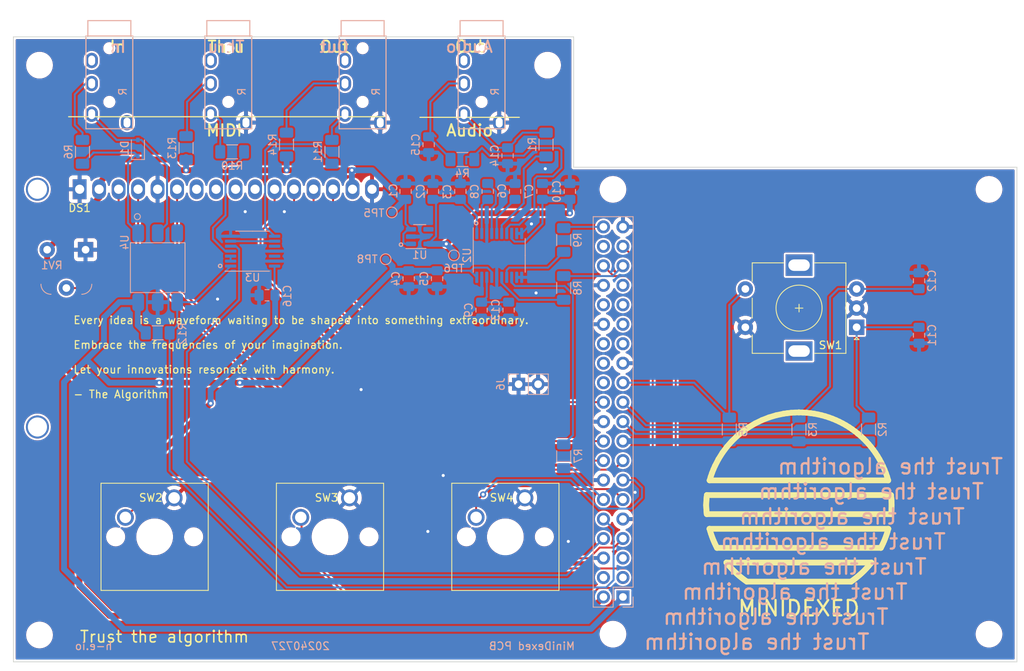
<source format=kicad_pcb>
(kicad_pcb (version 20240108) (generator "pcbnew") (generator_version "8.0")
  (layers (0 "F.Cu" signal) (31 "B.Cu" signal) (34 "B.Paste" user) (35 "F.Paste" user) (36 "B.SilkS" user "B.Silkscreen") (37 "F.SilkS" user "F.Silkscreen") (38 "B.Mask" user) (39 "F.Mask" user) (44 "Edge.Cuts" user))
  (net 0 "")
  (net 1 "+5V")
  (net 2 "GND")
  (net 3 "/DAC_A_3V3")
  (net 4 "+3.3V")
  (net 5 "Net-(C6-Pad1)")
  (net 6 "Net-(C8-Pad1)")
  (net 7 "Net-(C8-Pad2)")
  (net 8 "Net-(C13-Pad1)")
  (net 9 "/ENC_A_CLK")
  (net 10 "/ENC_B_DT")
  (net 11 "Net-(C14-Pad1)")
  (net 12 "Net-(C15-Pad1)")
  (net 13 "Net-(D1-Pad1)")
  (net 14 "Net-(D1-Pad2)")
  (net 15 "Net-(DS1-Pad3)")
  (net 16 "/LCD_RS")
  (net 17 "/LCD_E")
  (net 22 "/LCD_D4")
  (net 23 "/LCD_D5")
  (net 24 "/LCD_D6")
  (net 25 "/LCD_D7")
  (net 27 "Net-(J2-Pad2)")
  (net 30 "/MIDI_TX")
  (net 31 "/MIDI_RX")
  (net 32 "Net-(J3-Pad12)")
  (net 33 "/BTN_3")
  (net 34 "/ENC_SW")
  (net 43 "Net-(J3-Pad35)")
  (net 44 "/BTN_1")
  (net 45 "/BTN_2")
  (net 47 "Net-(J3-Pad40)")
  (net 48 "Net-(J4-Pad2)")
  (net 49 "Net-(J4-Pad5)")
  (net 50 "Net-(J5-Pad2)")
  (net 51 "Net-(J5-Pad5)")
  (net 52 "Net-(R1-Pad1)")
  (net 53 "Net-(R4-Pad1)")
  (net 54 "/DAC_BCK")
  (net 55 "/DAC_LRCK")
  (net 56 "/DAC_DIN")
  (net 57 "Net-(R10-Pad2)")
  (net 58 "Net-(R11-Pad2)")
  (net 60 "Net-(U3-Pad2)")
  (net 61 "Net-(U3-Pad6)")
  (footprint "MountingHole:MountingHole_2.7mm_M2.5" (layer "F.Cu") (at 164.1 62.7)
    (property "Reference" "H3" (hide yes))
    (property "Value" "MountingHole")
  )
  (footprint "Button_Switch_Keyboard:SW_Cherry_MX_1.00u_PCB" (layer "F.Cu") (at 115.44 119.12)
    (property "Reference" "SW2")
    (property "Value" "B1")
  )
  (footprint "Display:WC1602A" (layer "F.Cu") (at 103.128 78.8765)
    (property "Reference" "DS1")
    (property "Value" "WC1602A")
  )
  (footprint "Rotary_Encoder:RotaryEncoder_Alps_EC11E-Switch_Vertical_H20mm" (layer "F.Cu") (at 204.3684 96.8765 180)
    (property "Reference" "SW1")
    (property "Value" "Encoder")
  )
  (footprint "Button_Switch_Keyboard:SW_Cherry_MX_1.00u_PCB" (layer "F.Cu") (at 138.29 119.12)
    (property "Reference" "SW3")
    (property "Value" "B2")
  )
  (footprint "MountingHole:MountingHole_2.7mm_M2.5" (layer "F.Cu") (at 97.9 137)
    (property "Reference" "H2" (hide yes))
    (property "Value" "MountingHole")
  )
  (footprint "Button_Switch_Keyboard:SW_Cherry_MX_1.00u_PCB" (layer "F.Cu") (at 161.14 119.12)
    (property "Reference" "SW4")
    (property "Value" "B3")
  )
  (footprint "raspberry-pi_rpi_hat:raspberry-pi_rpi_hat" (layer "F.Cu") (at 197.3184 97.8424 90)
    (property "Reference" "J3" (hide yes))
    (property "Value" "Raspberry_Pi_2_3")
  )
  (footprint "MountingHole:MountingHole_2.7mm_M2.5" (layer "F.Cu") (at 97.9 62.7)
    (property "Reference" "H1" (hide yes))
    (property "Value" "MountingHole")
  )
  (footprint "Package_SO:TSSOP-20_4.4x6.5mm_P0.65mm" (layer "B.Cu") (at 157.8 87.5 -90)
    (property "Reference" "U2")
    (property "Value" "PCM5102")
  )
  (footprint "TestPoint:TestPoint_Pad_D1.0mm" (layer "B.Cu") (at 143 88 180)
    (property "Reference" "TP8")
    (property "Value" "3.3V Digital DAC")
  )
  (footprint "Capacitor_SMD:C_0805_2012Metric_Pad1.18x1.45mm_HandSolder" (layer "B.Cu") (at 127.55 92.7 180)
    (property "Reference" "C16")
    (property "Value" "100nf")
  )
  (footprint "Capacitor_SMD:C_0805_2012Metric_Pad1.18x1.45mm_HandSolder" (layer "B.Cu") (at 163.43333 79.1625 90)
    (property "Reference" "C7")
    (property "Value" "100nf")
  )
  (footprint "Resistor_SMD:R_1206_3216Metric_Pad1.30x1.75mm_HandSolder" (layer "B.Cu") (at 187.775 110.2 90)
    (property "Reference" "R5")
    (property "Value" "10k")
  )
  (footprint "Resistor_SMD:R_1206_3216Metric_Pad1.30x1.75mm_HandSolder" (layer "B.Cu") (at 103.5 74 -90)
    (property "Reference" "R6")
    (property "Value" "220")
  )
  (footprint "Capacitor_SMD:C_0805_2012Metric_Pad1.18x1.45mm_HandSolder" (layer "B.Cu") (at 148.6 73.0625 -90)
    (property "Reference" "C15")
    (property "Value" "2.2nf")
  )
  (footprint "Capacitor_SMD:C_0805_2012Metric_Pad1.18x1.45mm_HandSolder" (layer "B.Cu") (at 212.5 97.9125 -90)
    (property "Reference" "C11")
    (property "Value" "10nf")
  )
  (footprint "Capacitor_SMD:C_0805_2012Metric_Pad1.18x1.45mm_HandSolder" (layer "B.Cu") (at 212.5 90.8125 90)
    (property "Reference" "C12")
    (property "Value" "10nf")
  )
  (footprint "Capacitor_SMD:C_0805_2012Metric_Pad1.18x1.45mm_HandSolder" (layer "B.Cu") (at 167 79.1625 90)
    (property "Reference" "C10")
    (property "Value" "10uf")
  )
  (footprint "Resistor_SMD:R_1206_3216Metric_Pad1.30x1.75mm_HandSolder" (layer "B.Cu") (at 166.2 91.75 90)
    (property "Reference" "R8")
    (property "Value" "22")
  )
  (footprint "Resistor_SMD:R_1206_3216Metric_Pad1.30x1.75mm_HandSolder" (layer "B.Cu") (at 113.3 97.6)
    (property "Reference" "R12")
    (property "Value" "470")
  )
  (footprint "Resistor_SMD:R_1206_3216Metric_Pad1.30x1.75mm_HandSolder" (layer "B.Cu") (at 130.08704 73.05 -90)
    (property "Reference" "R14")
    (property "Value" "220")
  )
  (footprint "TestPoint:TestPoint_Pad_D1.0mm" (layer "B.Cu") (at 143.8 81.9 180)
    (property "Reference" "TP5")
    (property "Value" "5V Analog DAC")
  )
  (footprint "Resistor_SMD:R_1206_3216Metric_Pad1.30x1.75mm_HandSolder" (layer "B.Cu") (at 205.925 110.2 90)
    (property "Reference" "R2")
    (property "Value" "10k")
  )
  (footprint "Resistor_SMD:R_1206_3216Metric_Pad1.30x1.75mm_HandSolder" (layer "B.Cu") (at 166.2 113.7 -90)
    (property "Reference" "R7")
    (property "Value" "22")
  )
  (footprint "Resistor_SMD:R_1206_3216Metric_Pad1.30x1.75mm_HandSolder" (layer "B.Cu") (at 196.85 110.2 90)
    (property "Reference" "R3")
    (property "Value" "10k")
  )
  (footprint "jlcjack:PJ-320A" (layer "B.Cu") (at 122.5 66.1535 -90)
    (property "Reference" "J4")
    (property "Value" "MIDI Thru")
  )
  (footprint "Capacitor_SMD:C_0805_2012Metric_Pad1.18x1.45mm_HandSolder" (layer "B.Cu") (at 146 90.5375 -90)
    (property "Reference" "C4")
    (property "Value" "10uf")
  )
  (footprint "Potentiometer_THT:Potentiometer_Runtron_RM-065_Vertical" (layer "B.Cu") (at 103.9 86.76 180)
    (property "Reference" "RV1")
    (property "Value" "10k")
  )
  (footprint "Resistor_SMD:R_1206_3216Metric_Pad1.30x1.75mm_HandSolder" (layer "B.Cu") (at 153 75 180)
    (property "Reference" "R4")
    (property "Value" "470")
  )
  (footprint "Resistor_SMD:R_1206_3216Metric_Pad1.30x1.75mm_HandSolder" (layer "B.Cu") (at 136 74 -90)
    (property "Reference" "R11")
    (property "Value" "220")
  )
  (footprint "Connector_PinHeader_2.54mm:PinHeader_1x02_P2.54mm_Vertical" (layer "B.Cu") (at 160.325 104.3 -90)
    (property "Reference" "J6")
    (property "Value" "GND TP")
  )
  (footprint "Capacitor_SMD:C_0805_2012Metric_Pad1.18x1.45mm_HandSolder" (layer "B.Cu") (at 159.02 94.6375 -90)
    (property "Reference" "C13")
    (property "Value" "10uf")
  )
  (footprint "Package_TO_SOT_SMD:TSOT-23-5" (layer "B.Cu") (at 147.4375 85.05)
    (property "Reference" "U1")
    (property "Value" "A3.3V ME6211C33")
  )
  (footprint "Capacitor_SMD:C_0805_2012Metric_Pad1.18x1.45mm_HandSolder" (layer "B.Cu") (at 149.7 90.5375 -90)
    (property "Reference" "C5")
    (property "Value" "100nf")
  )
  (footprint "SOP-6_6.5x7.12mm_P2.54mm:SOP-6_6.5x7.12mm_P2.54mm" (layer "B.Cu") (at 113.3 89.1 -90)
    (property "Reference" "U4")
    (property "Value" "H11L1")
  )
  (footprint "Diode_SMD:D_SOD-323" (layer "B.Cu") (at 110.71816 73.5 90)
    (property "Reference" "D1")
    (property "Value" "1N4148WS")
  )
  (footprint "Capacitor_SMD:C_0805_2012Metric_Pad1.18x1.45mm_HandSolder" (layer "B.Cu") (at 145.6 79.1625 90)
    (property "Reference" "C1")
    (property "Value" "100nf")
  )
  (footprint "jlcjack:PJ-320A" (layer "B.Cu") (at 140 66.1535 -90)
    (property "Reference" "J5")
    (property "Value" "MIDI Out")
  )
  (footprint "Package_SO:TSSOP-14_4.4x5mm_P0.65mm" (layer "B.Cu") (at 125.6625 86.95)
    (property "Reference" "U3")
    (property "Value" "74HCT14")
  )
  (footprint "Capacitor_SMD:C_0805_2012Metric_Pad1.18x1.45mm_HandSolder" (layer "B.Cu") (at 152.733332 79.1625 90)
    (property "Reference" "C3")
    (property "Value" "100nf")
  )
  (footprint "jlcjack:PJ-320A" (layer "B.Cu") (at 107 66.1535 -90)
    (property "Reference" "J2")
    (property "Value" "MIDI In")
  )
  (footprint "Resistor_SMD:R_1206_3216Metric_Pad1.30x1.75mm_HandSolder" (layer "B.Cu") (at 166.2 85.5 90)
    (property "Reference" "R9")
    (property "Value" "22")
  )
  (footprint "TestPoint:TestPoint_Pad_D1.0mm" (layer "B.Cu") (at 151.9 87.5 180)
    (property "Reference" "TP6")
    (property "Value" "3.3V Analog DAC")
  )
  (footprint "Capacitor_SMD:C_0805_2012Metric_Pad1.18x1.45mm_HandSolder" (layer "B.Cu") (at 158.886666 74.5 -90)
    (property "Reference" "C14")
    (property "Value" "2.2nf")
  )
  (footprint "Resistor_SMD:R_1206_3216Metric_Pad1.30x1.75mm_HandSolder" (layer "B.Cu") (at 123 74)
    (property "Reference" "R10")
    (property "Value" "220")
  )
  (footprint "Capacitor_SMD:C_0805_2012Metric_Pad1.18x1.45mm_HandSolder" (layer "B.Cu") (at 156.299998 79.1625 90)
    (property "Reference" "C8")
    (property "Value" "2.2uf")
  )
  (footprint "Capacitor_SMD:C_0805_2012Metric_Pad1.18x1.45mm_HandSolder" (layer "B.Cu") (at 159.866664 79.1625 90)
    (property "Reference" "C6")
    (property "Value" "2.2uf")
  )
  (footprint "Resistor_SMD:R_1206_3216Metric_Pad1.30x1.75mm_HandSolder" (layer "B.Cu") (at 117 73.5 -90)
    (property "Reference" "R13")
    (property "Value" "220")
  )
  (footprint "Resistor_SMD:R_1206_3216Metric_Pad1.30x1.75mm_HandSolder" (layer "B.Cu") (at 163.9 73.05 90)
    (property "Reference" "R1")
    (property "Value" "470")
  )
  (footprint "jlcjack:PJ-320A" (layer "B.Cu") (at 155.5 66.1535 -90)
    (property "Reference" "J1")
    (property "Value" "Audio Out")
  )
  (footprint "Capacitor_SMD:C_0805_2012Metric_Pad1.18x1.45mm_HandSolder" (layer "B.Cu") (at 149.166666 79.1625 90)
    (property "Reference" "C2")
    (property "Value" "10uf")
  )
  (footprint "Capacitor_SMD:C_0805_2012Metric_Pad1.18x1.45mm_HandSolder" (layer "B.Cu") (at 155.5 94.6375 -90)
    (property "Reference" "C9")
    (property "Value" "100nf")
  )
  (gr_circle (center 154.8 83.3) (end 154.7 83.5) (stroke (width 0.15)) (fill none) (layer "B.SilkS"))
  (gr_circle (center 145 86.1) (end 144.9 86.3) (stroke (width 0.15)) (fill none) (layer "B.SilkS"))
  (gr_circle (center 121.4373 88.877) (end 121.3373 89.077) (stroke (width 0.15)) (fill none) (layer "B.SilkS"))
  (gr_line (start 188.643262 128.901005) (end 188.811235 129.055114) (stroke (width 0.749998)) (layer "F.SilkS"))
  (gr_line (start 206.237393 112.467143) (end 205.924642 112.09595) (stroke (width 0.749998)) (layer "F.SilkS"))
  (gr_line (start 205.056734 128.901003) (end 205.22177 128.743753) (stroke (width 0.749998)) (layer "F.SilkS"))
  (gr_line (start 193.884921 108.350387) (end 192.945993 108.630041) (stroke (width 0.749998)) (layer "F.SilkS"))
  (gr_line (start 207.677771 125.343126) (end 207.820602 125.041126) (stroke (width 0.749998)) (layer "F.SilkS"))
  (gr_line (start 190.065528 130.042434) (end 190.065528 130.042434) (stroke (width 0.749998)) (layer "F.SilkS"))
  (gr_line (start 188.796128 111.064651) (end 188.102184 111.738224) (stroke (width 0.749998)) (layer "F.SilkS"))
  (gr_line (start 187.698658 127.911846) (end 187.848342 128.084177) (stroke (width 0.749998)) (layer "F.SilkS"))
  (gr_line (start 196.343192 107.990027) (end 195.840791 108.021909) (stroke (width 0.749998)) (layer "F.SilkS"))
  (gr_line (start 208.931243 120.211212) (end 208.934844 120.063821) (stroke (width 0.749998)) (layer "F.SilkS"))
  (gr_line (start 184.790335 120.652848) (end 184.801117 120.799851) (stroke (width 0.749998)) (layer "F.SilkS"))
  (gr_line (start 185.619158 124.42616) (end 185.745016 124.735411) (stroke (width 0.749998)) (layer "F.SilkS"))
  (gr_line (start 208.497661 123.157351) (end 185.202338 123.157351) (stroke (width 0.749998)) (layer "F.SilkS"))
  (gr_line (start 202.102763 109.185508) (end 201.661774 108.982713) (stroke (width 0.749998)) (layer "F.SilkS"))
  (gr_line (start 207.820602 125.041126) (end 207.954981 124.735412) (stroke (width 0.749998)) (layer "F.SilkS"))
  (gr_line (start 208.198105 124.113552) (end 208.306711 123.797762) (stroke (width 0.749998)) (layer "F.SilkS"))
  (gr_line (start 208.925845 120.358531) (end 208.931243 120.211212) (stroke (width 0.749998)) (layer "F.SilkS"))
  (gr_line (start 197.859208 108.02191) (end 197.356808 107.990028) (stroke (width 0.749998)) (layer "F.SilkS"))
  (gr_line (start 101.69 69.42) (end 142.79 69.42) (stroke (width 0.15)) (layer "F.SilkS"))
  (gr_line (start 208.080839 124.426162) (end 208.198105 124.113552) (stroke (width 0.749998)) (layer "F.SilkS"))
  (gr_line (start 189.511601 129.639308) (end 189.693588 129.777088) (stroke (width 0.749998)) (layer "F.SilkS"))
  (gr_line (start 200.754007 108.630042) (end 200.288197 108.480904) (stroke (width 0.749998)) (layer "F.SilkS"))
  (gr_line (start 205.542853 128.419996) (end 205.698812 128.253573) (stroke (width 0.749998)) (layer "F.SilkS"))
  (gr_line (start 206.29105 127.558553) (end 206.29105 127.558553) (stroke (width 0.749998)) (layer "F.SilkS"))
  (gr_line (start 184.774153 120.358503) (end 184.781346 120.505726) (stroke (width 0.749998)) (layer "F.SilkS"))
  (gr_line (start 207.526557 125.641232) (end 207.677771 125.343126) (stroke (width 0.749998)) (layer "F.SilkS"))
  (gr_line (start 202.534511 109.405454) (end 202.102763 109.185508) (stroke (width 0.749998)) (layer "F.SilkS"))
  (gr_line (start 204.159427 110.449369) (end 203.769476 110.164507) (stroke (width 0.749998)) (layer "F.SilkS"))
  (gr_line (start 185.202338 123.157351) (end 185.202338 123.157351) (stroke (width 0.749998)) (layer "F.SilkS"))
  (gr_line (start 190.065528 130.042434) (end 203.634469 130.042434) (stroke (width 0.749998)) (layer "F.SilkS"))
  (gr_line (start 207.086359 113.657849) (end 206.818735 113.248461) (stroke (width 0.749998)) (layer "F.SilkS"))
  (gr_line (start 208.174677 115.877358) (end 207.991932 115.411674) (stroke (width 0.749998)) (layer "F.SilkS"))
  (gr_line (start 208.855779 121.240026) (end 208.855779 121.240026) (stroke (width 0.749998)) (layer "F.SilkS"))
  (gr_line (start 184.813692 120.946718) (end 184.828058 121.093431) (stroke (width 0.749998)) (layer "F.SilkS"))
  (gr_line (start 208.886304 120.94676) (end 208.89888 120.799891) (stroke (width 0.749998)) (layer "F.SilkS"))
  (gr_line (start 185.361003 116.353196) (end 185.215594 116.838821) (stroke (width 0.749998)) (layer "F.SilkS"))
  (gr_line (start 205.597815 111.738225) (end 205.257397 111.394337) (stroke (width 0.749998)) (layer "F.SilkS"))
  (gr_line (start 185.215594 116.838821) (end 185.215594 116.838821) (stroke (width 0.749998)) (layer "F.SilkS"))
  (gr_line (start 187.848342 128.084177) (end 188.001185 128.253575) (stroke (width 0.749998)) (layer "F.SilkS"))
  (gr_line (start 198.848857 108.146696) (end 198.356719 108.074255) (stroke (width 0.749998)) (layer "F.SilkS"))
  (gr_line (start 185.393287 123.797761) (end 185.501892 124.113551) (stroke (width 0.749998)) (layer "F.SilkS"))
  (gr_line (start 186.17344 125.641229) (end 186.17344 125.641229) (stroke (width 0.749998)) (layer "F.SilkS"))
  (gr_line (start 188.478227 128.743754) (end 188.643262 128.901005) (stroke (width 0.749998)) (layer "F.SilkS"))
  (gr_line (start 208.497661 123.157351) (end 208.497661 123.157351) (stroke (width 0.749998)) (layer "F.SilkS"))
  (gr_line (start 192.945993 108.630041) (end 192.038227 108.982711) (stroke (width 0.749998)) (layer "F.SilkS"))
  (gr_line (start 201.661774 108.982713) (end 201.212027 108.797434) (stroke (width 0.749998)) (layer "F.SilkS"))
  (gr_line (start 188.811235 129.055114) (end 188.982099 129.20604) (stroke (width 0.749998)) (layer "F.SilkS"))
  (gr_line (start 184.765156 120.063821) (end 184.765156 120.063821) (stroke (width 0.749998)) (layer "F.SilkS"))
  (gr_line (start 188.982099 129.20604) (end 189.155811 129.353743) (stroke (width 0.749998)) (layer "F.SilkS"))
  (gr_line (start 185.501892 124.113551) (end 185.619158 124.42616) (stroke (width 0.749998)) (layer "F.SilkS"))
  (gr_line (start 207.954981 124.735412) (end 208.080839 124.426162) (stroke (width 0.749998)) (layer "F.SilkS"))
  (gr_line (start 184.828058 121.093431) (end 184.844215 121.239974) (stroke (width 0.749998)) (layer "F.SilkS"))
  (gr_line (start 208.306711 123.797762) (end 208.406586 123.478969) (stroke (width 0.749998)) (layer "F.SilkS"))
  (gr_line (start 204.006408 129.777088) (end 204.188396 129.639308) (stroke (width 0.749998)) (layer "F.SilkS"))
  (gr_line (start 203.769476 110.164507) (end 203.368351 109.895321) (stroke (width 0.749998)) (layer "F.SilkS"))
  (gr_line (start 184.768755 120.211195) (end 184.774153 120.358503) (stroke (width 0.749998)) (layer "F.SilkS"))
  (gr_line (start 186.17344 125.641229) (end 207.526557 125.641232) (stroke (width 0.749998)) (layer "F.SilkS"))
  (gr_line (start 187.552179 127.736624) (end 187.698658 127.911846) (stroke (width 0.749998)) (layer "F.SilkS"))
  (gr_line (start 198.356719 108.074255) (end 197.859208 108.02191) (stroke (width 0.749998)) (layer "F.SilkS"))
  (gr_line (start 189.332327 129.498179) (end 189.511601 129.639308) (stroke (width 0.749998)) (layer "F.SilkS"))
  (gr_line (start 203.634469 130.042434) (end 203.634469 130.042434) (stroke (width 0.749998)) (layer "F.SilkS"))
  (gr_line (start 188.102184 111.738224) (end 187.462606 112.467142) (stroke (width 0.749998)) (layer "F.SilkS"))
  (gr_line (start 206.29105 127.558553) (end 187.408947 127.558553) (stroke (width 0.749998)) (layer "F.SilkS"))
  (gr_line (start 208.934844 120.063821) (end 208.930918 119.899895) (stroke (width 0.749998)) (layer "F.SilkS"))
  (gr_line (start 201.212027 108.797434) (end 200.754007 108.630042) (stroke (width 0.749998)) (layer "F.SilkS"))
  (gr_line (start 196.850001 107.978977) (end 196.850001 107.978977) (stroke (width 0.749998)) (layer "F.SilkS"))
  (gr_line (start 205.257397 111.394337) (end 204.903871 111.064652) (stroke (width 0.749998)) (layer "F.SilkS"))
  (gr_line (start 195.343281 108.074254) (end 194.851143 108.146695) (stroke (width 0.749998)) (layer "F.SilkS"))
  (gr_line (start 185.525321 115.877357) (end 185.361003 116.353196) (stroke (width 0.749998)) (layer "F.SilkS"))
  (gr_line (start 208.877976 119.082047) (end 208.860737 118.918997) (stroke (width 0.749998)) (layer "F.SilkS"))
  (gr_line (start 184.79419 119.408716) (end 184.7836 119.572311) (stroke (width 0.749998)) (layer "F.SilkS"))
  (gr_line (start 203.634469 130.042434) (end 203.821751 129.911477) (stroke (width 0.749998)) (layer "F.SilkS"))
  (gr_line (start 188.001185 128.253575) (end 188.157144 128.419998) (stroke (width 0.749998)) (layer "F.SilkS"))
  (gr_line (start 204.717897 129.206039) (end 204.888762 129.055112) (stroke (width 0.749998)) (layer "F.SilkS"))
  (gr_line (start 208.918651 120.505761) (end 208.925845 120.358531) (stroke (width 0.749998)) (layer "F.SilkS"))
  (gr_line (start 184.858716 118.756148) (end 184.858716 118.756148) (stroke (width 0.749998)) (layer "F.SilkS"))
  (gr_line (start 208.930918 119.899895) (end 208.92477 119.736057) (stroke (width 0.749998)) (layer "F.SilkS"))
  (gr_line (start 199.335138 108.238863) (end 198.848857 108.146696) (stroke (width 0.749998)) (layer "F.SilkS"))
  (gr_line (start 208.338996 116.353196) (end 208.174677 115.877358) (stroke (width 0.749998)) (layer "F.SilkS"))
  (gr_line (start 206.818735 113.248461) (end 206.535585 112.851436) (stroke (width 0.749998)) (layer "F.SilkS"))
  (gr_line (start 207.573098 114.512243) (end 207.337975 114.079233) (stroke (width 0.749998)) (layer "F.SilkS"))
  (gr_line (start 205.22177 128.743753) (end 205.383824 128.583403) (stroke (width 0.749998)) (layer "F.SilkS"))
  (gr_line (start 184.844215 121.239974) (end 184.844215 121.239974) (stroke (width 0.749998)) (layer "F.SilkS"))
  (gr_line (start 184.806998 119.245279) (end 184.79419 119.408716) (stroke (width 0.749998)) (layer "F.SilkS"))
  (gr_line (start 208.934844 120.063821) (end 208.934844 120.063821) (stroke (width 0.749998)) (layer "F.SilkS"))
  (gr_line (start 186.362024 114.079232) (end 185.908754 114.956513) (stroke (width 0.749998)) (layer "F.SilkS"))
  (gr_line (start 187.408947 127.558553) (end 187.408947 127.558553) (stroke (width 0.749998)) (layer "F.SilkS"))
  (gr_line (start 197.356808 107.990028) (end 196.850001 107.978977) (stroke (width 0.749998)) (layer "F.SilkS"))
  (gr_line (start 208.406586 123.478969) (end 208.497661 123.157351) (stroke (width 0.749998)) (layer "F.SilkS"))
  (gr_line (start 204.53772 110.74954) (end 204.159427 110.449369) (stroke (width 0.749998)) (layer "F.SilkS"))
  (gr_line (start 205.851655 128.084175) (end 206.001339 127.911845) (stroke (width 0.749998)) (layer "F.SilkS"))
  (gr_line (start 185.202338 123.157351) (end 185.293412 123.478968) (stroke (width 0.749998)) (layer "F.SilkS"))
  (gr_line (start 207.791245 114.956513) (end 207.573098 114.512243) (stroke (width 0.749998)) (layer "F.SilkS"))
  (gr_line (start 208.905809 119.408737) (end 208.893001 119.245302) (stroke (width 0.749998)) (layer "F.SilkS"))
  (gr_line (start 185.708066 115.411674) (end 185.525321 115.877357) (stroke (width 0.749998)) (layer "F.SilkS"))
  (gr_line (start 189.878246 129.911477) (end 190.065528 130.042434) (stroke (width 0.749998)) (layer "F.SilkS"))
  (gr_line (start 189.693588 129.777088) (end 189.878246 129.911477) (stroke (width 0.749998)) (layer "F.SilkS"))
  (gr_line (start 205.924642 112.09595) (end 205.597815 111.738225) (stroke (width 0.749998)) (layer "F.SilkS"))
  (gr_line (start 208.909662 120.652886) (end 208.918651 120.505761) (stroke (width 0.749998)) (layer "F.SilkS"))
  (gr_line (start 189.540573 110.449368) (end 188.796128 111.064651) (stroke (width 0.749998)) (layer "F.SilkS"))
  (gr_line (start 186.022227 125.343124) (end 186.17344 125.641229) (stroke (width 0.749998)) (layer "F.SilkS"))
  (gr_line (start 208.841284 118.756173) (end 208.841284 118.756173) (stroke (width 0.749998)) (layer "F.SilkS"))
  (gr_line (start 202.956535 109.642181) (end 202.534511 109.405454) (stroke (width 0.749998)) (layer "F.SilkS"))
  (gr_line (start 184.77523 119.736042) (end 184.769081 119.899887) (stroke (width 0.749998)) (layer "F.SilkS"))
  (gr_line (start 208.484404 116.838821) (end 208.338996 116.353196) (stroke (width 0.749998)) (layer "F.SilkS"))
  (gr_line (start 199.815079 108.350388) (end 199.335138 108.238863) (stroke (width 0.749998)) (layer "F.SilkS"))
  (gr_line (start 192.038227 108.982711) (end 191.165489 109.405453) (stroke (width 0.749998)) (layer "F.SilkS"))
  (gr_line (start 204.188396 129.639308) (end 204.36767 129.498178) (stroke (width 0.749998)) (layer "F.SilkS"))
  (gr_line (start 203.821751 129.911477) (end 204.006408 129.777088) (stroke (width 0.749998)) (layer "F.SilkS"))
  (gr_line (start 208.893001 119.245302) (end 208.877976 119.082047) (stroke (width 0.749998)) (layer "F.SilkS"))
  (gr_line (start 184.822023 119.082024) (end 184.806998 119.245279) (stroke (width 0.749998)) (layer "F.SilkS"))
  (gr_line (start 206.001339 127.911845) (end 206.147819 127.736624) (stroke (width 0.749998)) (layer "F.SilkS"))
  (gr_line (start 185.215594 116.838821) (end 208.484404 116.838821) (stroke (width 0.749998)) (layer "F.SilkS"))
  (gr_line (start 208.92477 119.736057) (end 208.916399 119.57233) (stroke (width 0.749998)) (layer "F.SilkS"))
  (gr_line (start 188.157144 128.419998) (end 188.316172 128.583405) (stroke (width 0.749998)) (layer "F.SilkS"))
  (gr_line (start 187.462606 112.467142) (end 186.881264 113.24846) (stroke (width 0.749998)) (layer "F.SilkS"))
  (gr_line (start 187.408947 127.558553) (end 187.552179 127.736624) (stroke (width 0.749998)) (layer "F.SilkS"))
  (gr_line (start 188.316172 128.583405) (end 188.478227 128.743754) (stroke (width 0.749998)) (layer "F.SilkS"))
  (gr_line (start 194.851143 108.146695) (end 193.884921 108.350387) (stroke (width 0.749998)) (layer "F.SilkS"))
  (gr_line (start 185.879395 125.041125) (end 186.022227 125.343124) (stroke (width 0.749998)) (layer "F.SilkS"))
  (gr_line (start 208.841284 118.756173) (end 184.858716 118.756148) (stroke (width 0.749998)) (layer "F.SilkS"))
  (gr_line (start 208.484404 116.838821) (end 208.484404 116.838821) (stroke (width 0.749998)) (layer "F.SilkS"))
  (gr_line (start 195.840791 108.021909) (end 195.343281 108.074254) (stroke (width 0.749998)) (layer "F.SilkS"))
  (gr_line (start 191.165489 109.405453) (end 190.331649 109.89532) (stroke (width 0.749998)) (layer "F.SilkS"))
  (gr_line (start 208.860737 118.918997) (end 208.841284 118.756173) (stroke (width 0.749998)) (layer "F.SilkS"))
  (gr_line (start 184.858716 118.756148) (end 184.839263 118.918972) (stroke (width 0.749998)) (layer "F.SilkS"))
  (gr_line (start 207.991932 115.411674) (end 207.791245 114.956513) (stroke (width 0.749998)) (layer "F.SilkS"))
  (gr_line (start 184.781346 120.505726) (end 184.790335 120.652848) (stroke (width 0.749998)) (layer "F.SilkS"))
  (gr_line (start 204.888762 129.055112) (end 205.056734 128.901003) (stroke (width 0.749998)) (layer "F.SilkS"))
  (gr_line (start 186.881264 113.24846) (end 186.362024 114.079232) (stroke (width 0.749998)) (layer "F.SilkS"))
  (gr_line (start 203.368351 109.895321) (end 202.956535 109.642181) (stroke (width 0.749998)) (layer "F.SilkS"))
  (gr_line (start 207.526557 125.641232) (end 207.526557 125.641232) (stroke (width 0.749998)) (layer "F.SilkS"))
  (gr_line (start 208.855779 121.240026) (end 208.871937 121.093477) (stroke (width 0.749998)) (layer "F.SilkS"))
  (gr_line (start 185.745016 124.735411) (end 185.879395 125.041125) (stroke (width 0.749998)) (layer "F.SilkS"))
  (gr_line (start 206.535585 112.851436) (end 206.237393 112.467143) (stroke (width 0.749998)) (layer "F.SilkS"))
  (gr_line (start 184.801117 120.799851) (end 184.813692 120.946718) (stroke (width 0.749998)) (layer "F.SilkS"))
  (gr_line (start 190.331649 109.89532) (end 189.540573 110.449368) (stroke (width 0.749998)) (layer "F.SilkS"))
  (gr_line (start 208.916399 119.57233) (end 208.905809 119.408737) (stroke (width 0.749998)) (layer "F.SilkS"))
  (gr_line (start 184.769081 119.899887) (end 184.765156 120.063821) (stroke (width 0.749998)) (layer "F.SilkS"))
  (gr_line (start 184.844215 121.239974) (end 208.855779 121.240026) (stroke (width 0.749998)) (layer "F.SilkS"))
  (gr_line (start 187.408947 127.558553) (end 187.408947 127.558553) (stroke (width 0.749998)) (layer "F.SilkS"))
  (gr_line (start 204.36767 129.498178) (end 204.544185 129.353742) (stroke (width 0.749998)) (layer "F.SilkS"))
  (gr_line (start 196.849999 107.978976) (end 196.343192 107.990027) (stroke (width 0.749998)) (layer "F.SilkS"))
  (gr_line (start 185.293412 123.478968) (end 185.393287 123.797761) (stroke (width 0.749998)) (layer "F.SilkS"))
  (gr_line (start 185.202338 123.157351) (end 185.202338 123.157351) (stroke (width 0.749998)) (layer "F.SilkS"))
  (gr_line (start 147.47 69.5) (end 160.42 69.5) (stroke (width 0.15)) (layer "F.SilkS"))
  (gr_line (start 208.89888 120.799891) (end 208.909662 120.652886) (stroke (width 0.749998)) (layer "F.SilkS"))
  (gr_line (start 184.858716 118.756148) (end 184.858716 118.756148) (stroke (width 0.749998)) (layer "F.SilkS"))
  (gr_line (start 200.288197 108.480904) (end 199.815079 108.350388) (stroke (width 0.749998)) (layer "F.SilkS"))
  (gr_line (start 205.698812 128.253573) (end 205.851655 128.084175) (stroke (width 0.749998)) (layer "F.SilkS"))
  (gr_line (start 189.155811 129.353743) (end 189.332327 129.498179) (stroke (width 0.749998)) (layer "F.SilkS"))
  (gr_line (start 205.383824 128.583403) (end 205.542853 128.419996) (stroke (width 0.749998)) (layer "F.SilkS"))
  (gr_line (start 184.765156 120.063821) (end 184.768755 120.211195) (stroke (width 0.749998)) (layer "F.SilkS"))
  (gr_line (start 185.908754 114.956513) (end 185.708066 115.411674) (stroke (width 0.749998)) (layer "F.SilkS"))
  (gr_line (start 208.871937 121.093477) (end 208.886304 120.94676) (stroke (width 0.749998)) (layer "F.SilkS"))
  (gr_line (start 184.839263 118.918972) (end 184.822023 119.082024) (stroke (width 0.749998)) (layer "F.SilkS"))
  (gr_line (start 204.903871 111.064652) (end 204.53772 110.74954) (stroke (width 0.749998)) (layer "F.SilkS"))
  (gr_line (start 207.337975 114.079233) (end 207.086359 113.657849) (stroke (width 0.749998)) (layer "F.SilkS"))
  (gr_line (start 204.544185 129.353742) (end 204.717897 129.206039) (stroke (width 0.749998)) (layer "F.SilkS"))
  (gr_line (start 206.147819 127.736624) (end 206.29105 127.558553) (stroke (width 0.749998)) (layer "F.SilkS"))
  (gr_line (start 196.850001 107.978977) (end 196.849999 107.978976) (stroke (width 0.749998)) (layer "F.SilkS"))
  (gr_line (start 184.7836 119.572311) (end 184.77523 119.736042) (stroke (width 0.749998)) (layer "F.SilkS"))
  (gr_line (start 225.25 76) (end 225.25 140.5) (stroke (width 0.1)) (layer "Edge.Cuts"))
  (gr_line (start 94.5 140.5) (end 94.5 59) (stroke (width 0.1)) (layer "Edge.Cuts"))
  (gr_line (start 167.5 76) (end 225.25 76) (stroke (width 0.1)) (layer "Edge.Cuts"))
  (gr_line (start 225.25 140.5) (end 94.5 140.5) (stroke (width 0.1)) (layer "Edge.Cuts"))
  (gr_line (start 94.5 59) (end 167.5 59) (stroke (width 0.1)) (layer "Edge.Cuts"))
  (gr_line (start 167.5 59) (end 167.5 76) (stroke (width 0.1)) (layer "Edge.Cuts"))
  (gr_text "Trust the algorithm" (at 206.264284 118.292857 0) (layer "B.SilkS") (effects (font (size 2 2) (thickness 0.3)) (justify mirror)))
  (gr_text "Trust the algorithm" (at 191.35 137.899999 0) (layer "B.SilkS") (effects (font (size 2 2) (thickness 0.3)) (justify mirror)))
  (gr_text "Thru" (at 122.2 60.3 0) (layer "B.SilkS") (effects (font (size 1.5 1.5) (thickness 0.25)) (justify mirror)))
  (gr_text "Trust the algorithm" (at 198.807142 128.096428 0) (layer "B.SilkS") (effects (font (size 2 2) (thickness 0.3)) (justify mirror)))
  (gr_text "In" (at 108.1 60.3 0) (layer "B.SilkS") (effects (font (size 1.5 1.5) (thickness 0.25)) (justify mirror)))
  (gr_text "Trust the algorithm" (at 203.77857 121.560714 0) (layer "B.SilkS") (effects (font (size 2 2) (thickness 0.3)) (justify mirror)))
  (gr_text "Audio" (at 153.9 60.3 0) (layer "B.SilkS") (effects (font (size 1.5 1.5) (thickness 0.25)) (justify mirror)))
  (gr_text "Trust the algorithm" (at 193.835714 134.632142 0) (layer "B.SilkS") (effects (font (size 2 2) (thickness 0.3)) (justify mirror)))
  (gr_text "Out" (at 136.3 60.3 0) (layer "B.SilkS") (effects (font (size 1.5 1.5) (thickness 0.25)) (justify mirror)))
  (gr_text "Trust the algorithm" (at 201.292856 124.828571 0) (layer "B.SilkS") (effects (font (size 2 2) (thickness 0.3)) (justify mirror)))
  (gr_text "20240727" (at 135.805357 138.45 0) (layer "B.SilkS") (effects (font (size 1 1)) (justify left mirror)))
  (gr_text "h-e.io" (at 102.425 138.45 0) (layer "B.SilkS") (effects (font (size 1 1)) (justify right mirror)))
  (gr_text "Trust the algorithm" (at 208.749998 115.025 0) (layer "B.SilkS") (effects (font (size 2 2) (thickness 0.3)) (justify mirror)))
  (gr_text "MiniDexed PCB" (at 167.75 138.45 0) (layer "B.SilkS") (effects (font (size 1 1)) (justify left mirror)))
  (gr_text "Trust the algorithm" (at 196.321428 131.364285 0) (layer "B.SilkS") (effects (font (size 2 2) (thickness 0.3)) (justify mirror)))
  (gr_text "Out" (at 153.95 60.26 0) (layer "F.SilkS") (effects (font (size 1.5 1.5) (thickness 0.25))))
  (gr_text "Trust the algorithm" (at 103.05 137.225 0) (layer "F.SilkS") (effects (font (size 1.5 1.5) (thickness 0.2)) (justify left)))
  (gr_text "In" (at 108.1 60.3 0) (layer "F.SilkS") (effects (font (size 1.5 1.5) (thickness 0.25))))
  (gr_text "Audio" (at 153.95 71.21 0) (layer "F.SilkS") (effects (font (size 1.5 1.5) (thickness 0.25))))
  (gr_text "MIDI" (at 121.97 71.21 0) (layer "F.SilkS") (effects (font (size 1.5 1.5) (thickness 0.25))))
  (gr_text "Thru" (at 122.2 60.3 0) (layer "F.SilkS") (effects (font (size 1.5 1.5) (thickness 0.25))))
  (gr_text "Out" (at 136.3 60.3 0) (layer "F.SilkS") (effects (font (size 1.5 1.5) (thickness 0.25))))
  (gr_text "Every idea is a waveform waiting to be shaped into something extraordinary.\n\nEmbrace the frequencies of your imagination.\n\nLet your innovations resonate with harmony.\n\n- The Algorithm" (at 102.24 100.78 0) (layer "F.SilkS") (effects (font (size 1 1)) (justify left)))
  (gr_text "MINIDEXED" (at 196.85 133.525 0) (layer "F.SilkS") (effects (font (size 2 2) (thickness 0.3))))
  (segment (start 168.9208 134.5) (end 107 134.5) (width 0.762) (layer "F.Cu") (net 1))
  (segment (start 103.1 123.9) (end 109.6 117.4) (width 0.762) (layer "F.Cu") (net 1))
  (segment (start 103.1 130.6) (end 103.1 125.5) (width 0.762) (layer "F.Cu") (net 1))
  (segment (start 116.2 76.4) (end 114.8 75) (width 0.762) (layer "F.Cu") (net 1))
  (segment (start 114.8 75) (end 108.7225 75) (width 0.762) (layer "F.Cu") (net 1))
  (segment (start 98.9 99.8) (end 98.9 86.76) (width 0.762) (layer "F.Cu") (net 1))
  (segment (start 118.2 108.8) (end 120.2 106.8) (width 0.762) (layer "F.Cu") (net 1))
  (segment (start 109.6 117.4) (end 109.6 110.5) (width 0.762) (layer "F.Cu") (net 1))
  (segment (start 108.7225 75) (end 107.3225 76.4) (width 0.762) (layer "F.Cu") (net 1))
  (segment (start 117 76.4) (end 116.2 76.4) (width 0.762) (layer "F.Cu") (net 1))
  (segment (start 109.6 110.5) (end 98.9 99.8) (width 0.762) (layer "F.Cu") (net 1))
  (segment (start 105.668 78.0545) (end 107.3225 76.4) (width 0.762) (layer "F.Cu") (net 1))
  (segment (start 107 134.5) (end 103.1 130.6) (width 0.762) (layer "F.Cu") (net 1))
  (segment (start 103.1 125.5) (end 103.1 123.9) (width 0.762) (layer "F.Cu") (net 1))
  (segment (start 117 76.4) (end 130.1 76.4) (width 0.762) (layer "F.Cu") (net 1))
  (segment (start 98.9 86.76) (end 105.668 79.992) (width 0.762) (layer "F.Cu") (net 1))
  (segment (start 130.1 76.4) (end 138.6 76.4) (width 0.762) (layer "F.Cu") (net 1))
  (segment (start 171.3784 132.0424) (end 168.9208 134.5) (width 0.762) (layer "F.Cu") (net 1))
  (segment (start 105.668 79.992) (end 105.668 78.8765) (width 0.762) (layer "F.Cu") (net 1))
  (segment (start 109.6 117.4) (end 118.2 108.8) (width 0.762) (layer "F.Cu") (net 1))
  (via (at 130.1 76.4) (size 0.8) (drill 0.4) (layers "F.Cu" "B.Cu") (net 1))
  (via (at 138.6 76.4) (size 0.8) (drill 0.4) (layers "F.Cu" "B.Cu") (net 1))
  (via (at 117 76.4) (size 0.8) (drill 0.4) (layers "F.Cu" "B.Cu") (net 1))
  (via (at 120.2 106.8) (size 0.8) (drill 0.4) (layers "F.Cu" "B.Cu") (net 1))
  (segment (start 120.2 105.05) (end 128.6 96.65) (width 0.762) (layer "B.Cu") (net 1))
  (segment (start 117 76.4) (end 117 74.66112) (width 0.762) (layer "B.Cu") (net 1))
  (segment (start 146.3 84.1) (end 145.6 83.4) (width 0.254) (layer "B.Cu") (net 1))
  (segment (start 138.6 76.4) (end 141.24595 76.4) (width 0.762) (layer "B.Cu") (net 1))
  (segment (start 145.5 80.2) (end 143.8 81.9) (width 0.762) (layer "B.Cu") (net 1))
  (segment (start 141.24595 76.4) (end 145.04595 80.2) (width 0.762) (layer "B.Cu") (net 1))
  (segment (start 145.6 83.4) (end 145.6 80.2) (width 0.254) (layer "B.Cu") (net 1))
  (segment (start 128.525 88.9) (end 128.525 92.6375) (width 0.254) (layer "B.Cu") (net 1))
  (segment (start 145.91292 84.1) (end 145.3105 84.70242) (width 0.254) (layer "B.Cu") (net 1))
  (segment (start 145.5 86) (end 146.3 86) (width 0.254) (layer "B.Cu") (net 1))
  (segment (start 145.04595 80.2) (end 145.6 80.2) (width 0.762) (layer "B.Cu") (net 1))
  (segment (start 145.3105 84.70242) (end 145.3105 85.8105) (width 0.254) (layer "B.Cu") (net 1))
  (segment (start 128.6 96.65) (end 128.6 92.7125) (width 0.762) (layer "B.Cu") (net 1))
  (segment (start 145.3105 85.8105) (end 145.5 86) (width 0.254) (layer "B.Cu") (net 1))
  (segment (start 130.1 76.4) (end 130.1 74.61296) (width 0.762) (layer "B.Cu") (net 1))
  (segment (start 138.6 76.4) (end 138.6 78.7885) (width 0.762) (layer "B.Cu") (net 1))
  (segment (start 120.2 106.8) (end 120.2 105.05) (width 0.762) (layer "B.Cu") (net 1))
  (via (at 121.1 93.2) (size 0.8) (drill 0.4) (layers "F.Cu" "B.Cu") (net 2))
  (via (at 175.5 118.4) (size 0.8) (drill 0.4) (layers "F.Cu" "B.Cu") (net 2))
  (via (at 124.7 81.8) (size 0.8) (drill 0.4) (layers "F.Cu" "B.Cu") (net 2))
  (via (at 162 83.4) (size 0.8) (drill 0.4) (layers "F.Cu" "B.Cu") (net 2))
  (via (at 163.8 76.2) (size 0.8) (drill 0.4) (layers "F.Cu" "B.Cu") (net 2))
  (via (at 139.8 105) (size 0.8) (drill 0.4) (layers "F.Cu" "B.Cu") (net 2))
  (via (at 162.6 92.4) (size 0.8) (drill 0.4) (layers "F.Cu" "B.Cu") (net 2))
  (via (at 166.8 124.8) (size 0.8) (drill 0.4) (layers "F.Cu" "B.Cu") (net 2))
  (via (at 148.5 123.5) (size 0.8) (drill 0.4) (layers "F.Cu" "B.Cu") (net 2))
  (via (at 150.5 116.2) (size 0.8) (drill 0.4) (layers "F.Cu" "B.Cu") (net 2))
  (via (at 129.8 81.8) (size 0.8) (drill 0.4) (layers "F.Cu" "B.Cu") (net 2))
  (segment (start 160.725 84.6375) (end 160.075 84.6375) (width 0.254) (layer "B.Cu") (net 2))
  (segment (start 162 83.4) (end 161.9625 83.4) (width 0.254) (layer "B.Cu") (net 2))
  (segment (start 161.9625 83.4) (end 160.725 84.6375) (width 0.254) (layer "B.Cu") (net 2))
  (segment (start 154.9 82) (end 150.9 86) (width 0.762) (layer "F.Cu") (net 3))
  (segment (start 167 82) (end 154.9 82) (width 0.762) (layer "F.Cu") (net 3))
  (via (at 150.9 86) (size 0.8) (drill 0.4) (layers "F.Cu" "B.Cu") (net 3))
  (via (at 167 82) (size 0.8) (drill 0.4) (layers "F.Cu" "B.Cu") (net 3))
  (segment (start 154.875 84.6375) (end 154.875 82.341668) (width 0.254) (layer "B.Cu") (net 3))
  (segment (start 159.425 84.6375) (end 159.425 85.328869) (width 0.254) (layer "B.Cu") (net 3))
  (segment (start 163.43333 83.36667) (end 163.43333 80.2) (width 0.254) (layer "B.Cu") (net 3))
  (segment (start 159.425 85.328869) (end 159.798131 85.702) (width 0.254) (layer "B.Cu") (net 3))
  (segment (start 152.733332 80.2) (end 149.166666 80.2) (width 0.762) (layer "B.Cu") (net 3))
  (segment (start 149.5645 85.0105) (end 149.5645 80.597834) (width 0.254) (layer "B.Cu") (net 3))
  (segment (start 161.098 85.702) (end 163.43333 83.36667) (width 0.254) (layer "B.Cu") (net 3))
  (segment (start 167 82) (end 167 80.2) (width 0.762) (layer "B.Cu") (net 3))
  (segment (start 150.9 86) (end 148.575 86) (width 0.762) (layer "B.Cu") (net 3))
  (segment (start 159.798131 85.702) (end 161.098 85.702) (width 0.254) (layer "B.Cu") (net 3))
  (segment (start 151.9 87.5) (end 151.9 87) (width 0.762) (layer "B.Cu") (net 3))
  (segment (start 148.575 86) (end 149.5645 85.0105) (width 0.254) (layer "B.Cu") (net 3))
  (segment (start 151.9 87) (end 150.9 86) (width 0.762) (layer "B.Cu") (net 3))
  (segment (start 163.43333 80.2) (end 167 80.2) (width 0.762) (layer "B.Cu") (net 3))
  (segment (start 154.875 82.341668) (end 152.733332 80.2) (width 0.254) (layer "B.Cu") (net 3))
  (segment (start 124 104.1) (end 113.5 104.1) (width 0.762) (layer "F.Cu") (net 4))
  (via (at 113.5 104.1) (size 0.8) (drill 0.4) (layers "F.Cu" "B.Cu") (net 4))
  (via (at 124 104.1) (size 0.8) (drill 0.4) (layers "F.Cu" "B.Cu") (net 4))
  (segment (start 106.3 98.8) (end 106.3 95.6) (width 0.762) (layer "B.Cu") (net 4))
  (segment (start 111.75 97.6) (end 111.7 97.6) (width 0.762) (layer "B.Cu") (net 4))
  (segment (start 173.9184 132.0424) (end 169.7608 136.2) (width 0.762) (layer "B.Cu") (net 4))
  (segment (start 113.5 104.1) (end 107 104.1) (width 0.762) (layer "B.Cu") (net 4))
  (segment (start 169.7608 136.2) (end 108.9 136.2) (width 0.762) (layer "B.Cu") (net 4))
  (segment (start 187.775 111.75) (end 196.85 111.75) (width 0.762) (layer "B.Cu") (net 4))
  (segment (start 101.1 104.0265) (end 101.2265 103.9) (width 0.762) (layer "B.Cu") (net 4))
  (segment (start 156.253869 89.1) (end 156.825 89.671131) (width 0.254) (layer "B.Cu") (net 4))
  (segment (start 154.5 89.1) (end 156.253869 89.1) (width 0.254) (layer "B.Cu") (net 4))
  (segment (start 101.2265 103.9) (end 101.2265 103.8735) (width 0.762) (layer "B.Cu") (net 4))
  (segment (start 154.875 90.3625) (end 154.0125 89.5) (width 0.254) (layer "B.Cu") (net 4))
  (segment (start 156.825 89.671131) (end 156.825 90.3625) (width 0.254) (layer "B.Cu") (net 4))
  (segment (start 173.9184 111.7224) (end 187.7474 111.7224) (width 0.762) (layer "B.Cu") (net 4))
  (segment (start 124 104.1) (end 129.3 104.1) (width 0.762) (layer "B.Cu") (net 4))
  (segment (start 146 89.5) (end 149.7 89.5) (width 0.762) (layer "B.Cu") (net 4))
  (segment (start 108.9 136.2) (end 101.1 128.4) (width 0.762) (layer "B.Cu") (net 4))
  (segment (start 101.1 128.4) (end 101.1 104.0265) (width 0.762) (layer "B.Cu") (net 4))
  (segment (start 196.85 111.75) (end 205.925 111.75) (width 0.762) (layer "B.Cu") (net 4))
  (segment (start 107 104.1) (end 104 101.1) (width 0.762) (layer "B.Cu") (net 4))
  (segment (start 110.7 96.6) (end 110.7 93.66) (width 0.762) (layer "B.Cu") (net 4))
  (segment (start 101.2265 103.8735) (end 104 101.1) (width 0.762) (layer "B.Cu") (net 4))
  (segment (start 104 101.1) (end 106.3 98.8) (width 0.762) (layer "B.Cu") (net 4))
  (segment (start 129.3 104.1) (end 143.9 89.5) (width 0.762) (layer "B.Cu") (net 4))
  (segment (start 106.3 95.6) (end 108.3 93.6) (width 0.762) (layer "B.Cu") (net 4))
  (segment (start 143.9 88.9) (end 143 88) (width 0.762) (layer "B.Cu") (net 4))
  (segment (start 143.9 89.5) (end 143.9 88.9) (width 0.762) (layer "B.Cu") (net 4))
  (segment (start 111.7 97.6) (end 110.7 96.6) (width 0.762) (layer "B.Cu") (net 4))
  (segment (start 154.1 89.5) (end 154.5 89.1) (width 0.254) (layer "B.Cu") (net 4))
  (segment (start 108.3 93.6) (end 110.76 93.6) (width 0.762) (layer "B.Cu") (net 4))
  (segment (start 143.9 89.5) (end 146 89.5) (width 0.762) (layer "B.Cu") (net 4))
  (segment (start 110.7 93.66) (end 110.76 93.6) (width 0.762) (layer "B.Cu") (net 4))
  (segment (start 154.0125 89.5) (end 149.7 89.5) (width 0.254) (layer "B.Cu") (net 4))
  (segment (start 187.7474 111.7224) (end 187.775 111.75) (width 0.762) (layer "B.Cu") (net 4))
  (segment (start 154.0125 89.5) (end 154.1 89.5) (width 0.254) (layer "B.Cu") (net 4))
  (segment (start 157.475 82.591664) (end 159.866664 80.2) (width 0.254) (layer "B.Cu") (net 5))
  (segment (start 157.475 84.6375) (end 157.475 82.591664) (width 0.254) (layer "B.Cu") (net 5))
  (segment (start 155.525 80.974998) (end 156.299998 80.2) (width 0.254) (layer "B.Cu") (net 6))
  (segment (start 155.525 84.6375) (end 155.525 80.974998) (width 0.254) (layer "B.Cu") (net 6))
  (segment (start 157.351998 79.177) (end 156.299998 78.125) (width 0.254) (layer "B.Cu") (net 7))
  (segment (start 157.351998 80.776501) (end 157.351998 79.177) (width 0.254) (layer "B.Cu") (net 7))
  (segment (start 156.825 84.6375) (end 156.825 81.303499) (width 0.254) (layer "B.Cu") (net 7))
  (segment (start 156.825 81.303499) (end 157.351998 80.776501) (width 0.254) (layer "B.Cu") (net 7))
  (segment (start 156.175 90.3625) (end 156.175 92.925) (width 0.254) (layer "B.Cu") (net 8))
  (segment (start 159.02 93.6) (end 155.5 93.6) (width 0.254) (layer "B.Cu") (net 8))
  (segment (start 156.175 92.925) (end 155.5 93.6) (width 0.254) (layer "B.Cu") (net 8))
  (segment (start 204.3684 96.8765) (end 204.3684 107.0934) (width 0.254) (layer "B.Cu") (net 9))
  (segment (start 212.4985 96.8765) (end 212.5 96.875) (width 0.254) (layer "B.Cu") (net 9))
  (segment (start 175.509 110.773) (end 173.9184 109.1824) (width 0.254) (layer "B.Cu") (net 9))
  (segment (start 203.802 110.773) (end 175.509 110.773) (width 0.254) (layer "B.Cu") (net 9))
  (segment (start 204.3684 96.8765) (end 212.4985 96.8765) (width 0.254) (layer "B.Cu") (net 9))
  (segment (start 205.925 108.65) (end 203.802 110.773) (width 0.254) (layer "B.Cu") (net 9))
  (segment (start 204.3684 107.0934) (end 205.925 108.65) (width 0.254) (layer "B.Cu") (net 9))
  (segment (start 212.4735 91.8765) (end 204.3684 91.8765) (width 0.254) (layer "B.Cu") (net 10))
  (segment (start 204.3684 91.8765) (end 201.9735 91.8765) (width 0.254) (layer "B.Cu") (net 10))
  (segment (start 200.9 104.6) (end 196.85 108.65) (width 0.254) (layer "B.Cu") (net 10))
  (segment (start 201.9735 91.8765) (end 200.9 92.95) (width 0.254) (layer "B.Cu") (net 10))
  (segment (start 195.85 109.65) (end 176.926 109.65) (width 0.254) (layer "B.Cu") (net 10))
  (segment (start 212.5 91.85) (end 212.4735 91.8765) (width 0.254) (layer "B.Cu") (net 10))
  (segment (start 176.926 109.65) (end 173.9184 106.6424) (width 0.254) (layer "B.Cu") (net 10))
  (segment (start 200.9 92.95) (end 200.9 104.6) (width 0.254) (layer "B.Cu") (net 10))
  (segment (start 196.85 108.65) (end 195.85 109.65) (width 0.254) (layer "B.Cu") (net 10))
  (segment (start 158.886666 73.4625) (end 158.9625 73.4625) (width 0.25) (layer "B.Cu") (net 11))
  (segment (start 163.9 71.5) (end 160.849166 71.5) (width 0.254) (layer "B.Cu") (net 11))
  (segment (start 159.886666 72.613334) (end 159.886666 72.4625) (width 0.25) (layer "B.Cu") (net 11))
  (segment (start 156.4625 72.4625) (end 153.2 69.2) (width 0.254) (layer "B.Cu") (net 11))
  (segment (start 159 73.5) (end 159.886666 72.613334) (width 0.25) (layer "B.Cu") (net 11))
  (segment (start 153.2 69.2) (end 153.2 69.0875) (width 0.254) (layer "B.Cu") (net 11))
  (segment (start 157.4625 73.4625) (end 156.4625 72.4625) (width 0.25) (layer "B.Cu") (net 11))
  (segment (start 158.9625 73.4625) (end 159 73.5) (width 0.25) (layer "B.Cu") (net 11))
  (segment (start 158.886666 73.4625) (end 157.4625 73.4625) (width 0.25) (layer "B.Cu") (net 11))
  (segment (start 160.849166 71.5) (end 159.886666 72.4625) (width 0.254) (layer "B.Cu") (net 11))
  (segment (start 148.825 67.5) (end 151.2375 65.0875) (width 0.254) (layer "B.Cu") (net 12))
  (segment (start 151.45 74.875) (end 148.6 72.025) (width 0.25) (layer "B.Cu") (net 12))
  (segment (start 151.45 75) (end 151.45 74.875) (width 0.25) (layer "B.Cu") (net 12))
  (segment (start 151.2375 65.0875) (end 153.2 65.0875) (width 0.254) (layer "B.Cu") (net 12))
  (segment (start 149.525 72) (end 149.075 71.55) (width 0.254) (layer "B.Cu") (net 12))
  (segment (start 149.075 71.55) (end 148.6 72.025) (width 0.254) (layer "B.Cu") (net 12))
  (segment (start 148.825 71.8) (end 148.825 67.5) (width 0.254) (layer "B.Cu") (net 12))
  (segment (start 104.8752 74.1) (end 105 74.1) (width 0.254) (layer "B.Cu") (net 13))
  (segment (start 110.26816 74.55) (end 109.435 75.38316) (width 0.254) (layer "B.Cu") (net 13))
  (segment (start 110.71816 74.55) (end 110.26816 74.55) (width 0.254) (layer "B.Cu") (net 13))
  (segment (start 110.26816 74.1) (end 110.71816 74.55) (width 0.254) (layer "B.Cu") (net 13))
  (segment (start 105 74.1) (end 104.95 74.1) (width 0.254) (layer "B.Cu") (net 13))
  (segment (start 105 74.1) (end 110.26816 74.1) (width 0.254) (layer "B.Cu") (net 13))
  (segment (start 109.435 75.38316) (end 109.435 83.275) (width 0.254) (layer "B.Cu") (net 13))
  (segment (start 104.95 74.1) (end 103.5 75.55) (width 0.254) (layer "B.Cu") (net 13))
  (segment (start 109.435 83.275) (end 110.76 84.6) (width 0.254) (layer "B.Cu") (net 13))
  (segment (start 114.515 83.385) (end 113.3 84.6) (width 0.254) (layer "B.Cu") (net 14))
  (segment (start 110.71816 72.45) (end 107.95 72.45) (width 0.254) (layer "B.Cu") (net 14))
  (segment (start 104.7 69.2) (end 104.7 69.0875) (width 0.254) (layer "B.Cu") (net 14))
  (segment (start 114.515 75.79684) (end 114.515 83.385) (width 0.254) (layer "B.Cu") (net 14))
  (segment (start 107.95 72.45) (end 104.7 69.2) (width 0.254) (layer "B.Cu") (net 14))
  (segment (start 110.71816 72.45) (end 111.16816 72.45) (width 0.254) (layer "B.Cu") (net 14))
  (segment (start 111.16816 72.45) (end 114.515 75.79684) (width 0.254) (layer "B.Cu") (net 14))
  (segment (start 101.4 91.76) (end 103.84 91.76) (width 0.254) (layer "F.Cu") (net 15))
  (segment (start 108.208 87.392) (end 108.208 78.8765) (width 0.254) (layer "F.Cu") (net 15))
  (segment (start 103.84 91.76) (end 108.208 87.392) (width 0.254) (layer "F.Cu") (net 15))
  (segment (start 170.89087 125.5994) (end 172.7414 125.5994) (width 0.254) (layer "F.Cu") (net 16))
  (segment (start 110.748 78.8765) (end 110.748 88.748) (width 0.254) (layer "F.Cu") (net 16))
  (segment (start 169.49027 127) (end 170.89087 125.5994) (width 0.254) (layer "F.Cu") (net 16))
  (segment (start 110.748 88.748) (end 149 127) (width 0.254) (layer "F.Cu") (net 16))
  (segment (start 149 127) (end 169.49027 127) (width 0.254) (layer "F.Cu") (net 16))
  (segment (start 172.7414 125.5994) (end 173.9184 124.4224) (width 0.254) (layer "F.Cu") (net 16))
  (segment (start 164.5 117.6) (end 164.8794 117.9794) (width 0.254) (layer "F.Cu") (net 17))
  (segment (start 141.9 117.6) (end 164.5 117.6) (width 0.254) (layer "F.Cu") (net 17))
  (segment (start 172.5554 117.9794) (end 173.9184 119.3424) (width 0.254) (layer "F.Cu") (net 17))
  (segment (start 164.8794 117.9794) (end 172.5554 117.9794) (width 0.254) (layer "F.Cu") (net 17))
  (segment (start 115.828 91.528) (end 141.9 117.6) (width 0.254) (layer "F.Cu") (net 17))
  (segment (start 115.828 78.8765) (end 115.828 91.528) (width 0.254) (layer "F.Cu") (net 17))
  (segment (start 128.528 78.8765) (end 128.528 82.572) (width 0.254) (layer "F.Cu") (net 22))
  (segment (start 126.7 89.8) (end 138.773 101.873) (width 0.254) (layer "F.Cu") (net 22))
  (segment (start 128.528 82.572) (end 126.7 84.4) (width 0.254) (layer "F.Cu") (net 22))
  (segment (start 138.773 101.873) (end 138.773 112.073) (width 0.254) (layer "F.Cu") (net 22))
  (segment (start 126.7 84.4) (end 126.7 89.8) (width 0.254) (layer "F.Cu") (net 22))
  (segment (start 142.1394 115.4394) (end 172.7414 115.4394) (width 0.254) (layer "F.Cu") (net 22))
  (segment (start 138.773 112.073) (end 142.1394 115.4394) (width 0.254) (layer "F.Cu") (net 22))
  (segment (start 172.7414 115.4394) (end 173.9184 114.2624) (width 0.254) (layer "F.Cu") (net 22))
  (segment (start 131.068 78.8765) (end 131.068 91.968) (width 0.254) (layer "F.Cu") (net 23))
  (segment (start 145.4624 114.2624) (end 171.3784 114.2624) (width 0.254) (layer "F.Cu") (net 23))
  (segment (start 131.068 91.968) (end 140.8 101.7) (width 0.254) (layer "F.Cu") (net 23))
  (segment (start 140.8 101.7) (end 140.8 109.6) (width 0.254) (layer "F.Cu") (net 23))
  (segment (start 140.8 109.6) (end 145.4624 114.2624) (width 0.254) (layer "F.Cu") (net 23))
  (segment (start 145.8776 111.7224) (end 171.3784 111.7224) (width 0.254) (layer "F.Cu") (net 24))
  (segment (start 143 100.7) (end 143 109) (width 0.254) (layer "F.Cu") (net 24))
  (segment (start 133.608 78.8765) (end 133.608 91.308) (width 0.254) (layer "F.Cu") (net 24))
  (segment (start 143 109) (end 145.8 111.8) (width 0.254) (layer "F.Cu") (net 24))
  (segment (start 145.8 111.8) (end 145.8776 111.7224) (width 0.254) (layer "F.Cu") (net 24))
  (segment (start 133.608 91.308) (end 143 100.7) (width 0.254) (layer "F.Cu") (net 24))
  (segment (start 136.148 78.8765) (end 136.148 90.748) (width 0.254) (layer "F.Cu") (net 25))
  (segment (start 136.148 90.748) (end 146.5 101.1) (width 0.254) (layer "F.Cu") (net 25))
  (segment (start 146.5 101.1) (end 146.5 104.4) (width 0.254) (layer "F.Cu") (net 25))
  (segment (start 146.5 104.4) (end 148.7424 106.6424) (width 0.254) (layer "F.Cu") (net 25))
  (segment (start 148.7424 106.6424) (end 171.3784 106.6424) (width 0.254) (layer "F.Cu") (net 25))
  (segment (start 103.5 71.5) (end 102.5 70.5) (width 0.25) (layer "B.Cu") (net 27))
  (segment (start 103.9125 65.0875) (end 104.7 65.0875) (width 0.25) (layer "B.Cu") (net 27))
  (segment (start 103.5 72.45) (end 103.5 71.5) (width 0.25) (layer "B.Cu") (net 27))
  (segment (start 102.5 70.5) (end 102.5 66.5) (width 0.25) (layer "B.Cu") (net 27))
  (segment (start 102.5 66.5) (end 103.9125 65.0875) (width 0.25) (layer "B.Cu") (net 27))
  (segment (start 123.9 93.3) (end 117.1 100.1) (width 0.254) (layer "B.Cu") (net 30))
  (segment (start 166.6008 129.2) (end 171.3784 124.4224) (width 0.254) (layer "B.Cu") (net 30))
  (segment (start 117.1 114.4) (end 131.9 129.2) (width 0.254) (layer "B.Cu") (net 30))
  (segment (start 123.9 86.708631) (end 123.9 93.3) (width 0.254) (layer "B.Cu") (net 30))
  (segment (start 122.8 86.3) (end 123.491369 86.3) (width 0.254) (layer "B.Cu") (net 30))
  (segment (start 131.9 129.2) (end 166.6008 129.2) (width 0.254) (layer "B.Cu") (net 30))
  (segment (start 123.491369 86.3) (end 123.9 86.708631) (width 0.254) (layer "B.Cu") (net 30))
  (segment (start 117.1 100.1) (end 117.1 114.4) (width 0.254) (layer "B.Cu") (net 30))
  (segment (start 114.85 115.55) (end 130.1 130.8) (width 0.254) (layer "B.Cu") (net 31))
  (segment (start 115.84 96.61) (end 115.84 93.6) (width 0.254) (layer "B.Cu") (net 31))
  (segment (start 171.74533 130.8) (end 172.7 129.84533) (width 0.254) (layer "B.Cu") (net 31))
  (segment (start 114.85 97.6) (end 114.85 115.55) (width 0.254) (layer "B.Cu") (net 31))
  (segment (start 115.84 93.6) (end 118.1 93.6) (width 0.254) (layer "B.Cu") (net 31))
  (segment (start 114.85 97.6) (end 115.84 96.61) (width 0.254) (layer "B.Cu") (net 31))
  (segment (start 130.1 130.8) (end 171.74533 130.8) (width 0.254) (layer "B.Cu") (net 31))
  (segment (start 172.7 123.204) (end 171.3784 121.8824) (width 0.254) (layer "B.Cu") (net 31))
  (segment (start 118.1 93.6) (end 122.8 88.9) (width 0.254) (layer "B.Cu") (net 31))
  (segment (start 172.7 129.84533) (end 172.7 123.204) (width 0.254) (layer "B.Cu") (net 31))
  (segment (start 167.286 115.25) (end 166.2 115.25) (width 0.254) (layer "B.Cu") (net 32))
  (segment (start 171.3784 119.3424) (end 167.286 115.25) (width 0.254) (layer "B.Cu") (net 32))
  (segment (start 154.79 119.5835) (end 155.7 118.6735) (width 0.254) (layer "F.Cu") (net 33))
  (segment (start 154.79 121.66) (end 154.79 119.5835) (width 0.254) (layer "F.Cu") (net 33))
  (via (at 155.7 118.6735) (size 0.8) (drill 0.4) (layers "F.Cu" "B.Cu") (net 33))
  (segment (start 155.7 118.6735) (end 157.5735 116.8) (width 0.254) (layer "B.Cu") (net 33))
  (segment (start 157.5735 116.8) (end 167.1 116.8) (width 0.254) (layer "B.Cu") (net 33))
  (segment (start 176.4 119.1) (end 176.4 117.8) (width 0.254) (layer "B.Cu") (net 33))
  (segment (start 175.4 116.8) (end 175.3976 116.8024) (width 0.254) (layer "B.Cu") (net 33))
  (segment (start 170.8194 120.5194) (end 174.9806 120.5194) (width 0.254) (layer "B.Cu") (net 33))
  (segment (start 167.1 116.8) (end 170.8194 120.5194) (width 0.254) (layer "B.Cu") (net 33))
  (segment (start 175.3976 116.8024) (end 173.9184 116.8024) (width 0.254) (layer "B.Cu") (net 33))
  (segment (start 174.9806 120.5194) (end 176.4 119.1) (width 0.254) (layer "B.Cu") (net 33))
  (segment (start 176.4 117.8) (end 175.4 116.8) (width 0.254) (layer "B.Cu") (net 33))
  (segment (start 189.8684 91.8765) (end 187.775 93.9699) (width 0.254) (layer "B.Cu") (net 34))
  (segment (start 187.75 108.65) (end 183.2 104.1) (width 0.254) (layer "B.Cu") (net 34))
  (segment (start 183.1976 104.1024) (end 173.9184 104.1024) (width 0.254) (layer "B.Cu") (net 34))
  (segment (start 183.2 104.1) (end 183.1976 104.1024) (width 0.254) (layer "B.Cu") (net 34))
  (segment (start 187.775 93.9699) (end 187.775 108.65) (width 0.254) (layer "B.Cu") (net 34))
  (segment (start 187.775 108.65) (end 187.75 108.65) (width 0.254) (layer "B.Cu") (net 34))
  (segment (start 172.5808 90.2) (end 173.9184 88.8624) (width 0.254) (layer "B.Cu") (net 43))
  (segment (start 166.2 90.2) (end 172.5808 90.2) (width 0.254) (layer "B.Cu") (net 43))
  (segment (start 129.4 119.5) (end 135.323372 119.5) (width 0.254) (layer "F.Cu") (net 44))
  (segment (start 114.05 116.7) (end 126.6 116.7) (width 0.254) (layer "F.Cu") (net 44))
  (segment (start 174.38053 90.2) (end 172.716 90.2) (width 0.254) (layer "F.Cu") (net 44))
  (segment (start 126.6 116.7) (end 129.4 119.5) (width 0.254) (layer "F.Cu") (net 44))
  (segment (start 138.8 126.7) (end 140.4254 128.3254) (width 0.254) (layer "F.Cu") (net 44))
  (segment (start 135.323372 119.5) (end 138.8 122.976628) (width 0.254) (layer "F.Cu") (net 44))
  (segment (start 172.716 90.2) (end 171.3784 88.8624) (width 0.254) (layer "F.Cu") (net 44))
  (segment (start 138.8 122.976628) (end 138.8 126.7) (width 0.254) (layer "F.Cu") (net 44))
  (segment (start 109.09 121.66) (end 114.05 116.7) (width 0.254) (layer "F.Cu") (net 44))
  (segment (start 175.502734 128.3254) (end 177.8 126.028134) (width 0.254) (layer "F.Cu") (net 44))
  (segment (start 177.8 126.028134) (end 177.8 93.61947) (width 0.254) (layer "F.Cu") (net 44))
  (segment (start 177.8 93.61947) (end 174.38053 90.2) (width 0.254) (layer "F.Cu") (net 44))
  (segment (start 140.4254 128.3254) (end 175.502734 128.3254) (width 0.254) (layer "F.Cu") (net 44))
  (segment (start 180.8 125.3) (end 180.8 93.204) (width 0.254) (layer "F.Cu") (net 45))
  (segment (start 177.8 128.3) (end 180.8 125.3) (width 0.254) (layer "F.Cu") (net 45))
  (segment (start 131.94 121.66) (end 132.047001 121.767001) (width 0.254) (layer "F.Cu") (net 45))
  (segment (start 176.5346 130.8654) (end 177.8 129.6) (width 0.254) (layer "F.Cu") (net 45))
  (segment (start 138.2 132.1) (end 169.5 132.1) (width 0.254) (layer "F.Cu") (net 45))
  (segment (start 180.8 93.204) (end 173.9184 86.3224) (width 0.254) (layer "F.Cu") (net 45))
  (segment (start 132.047001 125.947001) (end 135.9 129.8) (width 0.254) (layer "F.Cu") (net 45))
  (segment (start 169.5 132.1) (end 170.7346 130.8654) (width 0.254) (layer "F.Cu") (net 45))
  (segment (start 132.047001 121.767001) (end 132.047001 125.947001) (width 0.254) (layer "F.Cu") (net 45))
  (segment (start 170.7346 130.8654) (end 176.5346 130.8654) (width 0.254) (layer "F.Cu") (net 45))
  (segment (start 135.9 129.8) (end 138.2 132.1) (width 0.254) (layer "F.Cu") (net 45))
  (segment (start 177.8 129.6) (end 177.8 128.3) (width 0.254) (layer "F.Cu") (net 45))
  (segment (start 171.3784 83.7824) (end 166.3676 83.7824) (width 0.254) (layer "B.Cu") (net 47))
  (segment (start 117.125 71.43612) (end 117.125 67.484) (width 0.254) (layer "B.Cu") (net 48))
  (segment (start 120.0215 64.5875) (end 117.125 67.484) (width 0.25) (layer "B.Cu") (net 48))
  (segment (start 120.2 64.5875) (end 120.0215 64.5875) (width 0.25) (layer "B.Cu") (net 48))
  (segment (start 121.45 74) (end 121.45 69.95) (width 0.25) (layer "B.Cu") (net 49))
  (segment (start 120.2 68.7) (end 120.2 68.5875) (width 0.25) (layer "B.Cu") (net 49))
  (segment (start 121.45 69.95) (end 120.2 68.7) (width 0.25) (layer "B.Cu") (net 49))
  (segment (start 137.7 65.0875) (end 133.6185 65.0875) (width 0.25) (layer "B.Cu") (net 50))
  (segment (start 130.08704 71.5) (end 130.08704 68.61896) (width 0.254) (layer "B.Cu") (net 50))
  (segment (start 133.6185 65.0875) (end 131.222 67.484) (width 0.25) (layer "B.Cu") (net 50))
  (segment (start 130.08704 68.61896) (end 131.222 67.484) (width 0.254) (layer "B.Cu") (net 50))
  (segment (start 136 70.7875) (end 137.7 69.0875) (width 0.25) (layer "B.Cu") (net 51))
  (segment (start 136 72.45) (end 136 70.7875) (width 0.25) (layer "B.Cu") (net 51))
  (segment (start 162.6 74.6) (end 163.9 74.6) (width 0.254) (layer "B.Cu") (net 52))
  (segment (start 158.125 84.6375) (end 158.125 83.570165) (width 0.254) (layer "B.Cu") (net 52))
  (segment (start 161 80.695165) (end 161 76.2) (width 0.254) (layer "B.Cu") (net 52))
  (segment (start 158.125 83.570165) (end 161 80.695165) (width 0.254) (layer "B.Cu") (net 52))
  (segment (start 161 76.2) (end 162.6 74.6) (width 0.254) (layer "B.Cu") (net 52))
  (segment (start 165.9 73.8) (end 165.9 76.1) (width 0.254) (layer "B.Cu") (net 53))
  (segment (start 153.5 75.55) (end 153.5 74.65) (width 0.25) (layer "B.Cu") (net 53))
  (segment (start 156.55 74.5) (end 161 74.5) (width 0.254) (layer "B.Cu") (net 53))
  (segment (start 160.392131 83.492131) (end 159.229 83.492131) (width 0.254) (layer "B.Cu") (net 53))
  (segment (start 162.38133 81.51867) (end 160.4 83.5) (width 0.254) (layer "B.Cu") (net 53))
  (segment (start 153.5 74.65) (end 154.4 74.65) (width 0.254) (layer "B.Cu") (net 53))
  (segment (start 154.4 74.65) (end 155.55 73.5) (width 0.254) (layer "B.Cu") (net 53))
  (segment (start 165.6 73.5) (end 165.9 73.8) (width 0.254) (layer "B.Cu") (net 53))
  (segment (start 161 74.5) (end 162 73.5) (width 0.254) (layer "B.Cu") (net 53))
  (segment (start 165.9 76.1) (end 164.8 77.2) (width 0.254) (layer "B.Cu") (net 53))
  (segment (start 159.229 83.492131) (end 158.775 83.946131) (width 0.254) (layer "B.Cu") (net 53))
  (segment (start 162.38133 77.548499) (end 162.38133 81.51867) (width 0.254) (layer "B.Cu") (net 53))
  (segment (start 162.729829 77.2) (end 162.38133 77.548499) (width 0.254) (layer "B.Cu") (net 53))
  (segment (start 155.55 73.5) (end 156.55 74.5) (width 0.254) (layer "B.Cu") (net 53))
  (segment (start 160.4 83.5) (end 160.392131 83.492131) (width 0.254) (layer "B.Cu") (net 53))
  (segment (start 158.775 83.946131) (end 158.775 84.6375) (width 0.254) (layer "B.Cu") (net 53))
  (segment (start 164.8 77.2) (end 162.729829 77.2) (width 0.254) (layer "B.Cu") (net 53))
  (segment (start 162 73.5) (end 165.6 73.5) (width 0.254) (layer "B.Cu") (net 53))
  (segment (start 159.871131 91.5) (end 159.425 91.053869) (width 0.254) (layer "B.Cu") (net 54))
  (segment (start 166.2 112.15) (end 167.402 110.948) (width 0.254) (layer "B.Cu") (net 54))
  (segment (start 167.402 110.948) (end 167.402 92.579) (width 0.254) (layer "B.Cu") (net 54))
  (segment (start 167.402 92.579) (end 166.323 91.5) (width 0.254) (layer "B.Cu") (net 54))
  (segment (start 159.425 91.053869) (end 159.425 90.3625) (width 0.254) (layer "B.Cu") (net 54))
  (segment (start 166.323 91.5) (end 159.871131 91.5) (width 0.254) (layer "B.Cu") (net 54))
  (segment (start 160.348501 93.3) (end 158.125 91.076499) (width 0.254) (layer "B.Cu") (net 55))
  (segment (start 158.125 91.076499) (end 158.125 90.3625) (width 0.254) (layer "B.Cu") (net 55))
  (segment (start 166.2 93.3) (end 160.348501 93.3) (width 0.254) (layer "B.Cu") (net 55))
  (segment (start 166.2 87.05) (end 164.15 89.1) (width 0.254) (layer "B.Cu") (net 56))
  (segment (start 164.15 89.1) (end 159.100131 89.1) (width 0.254) (layer "B.Cu") (net 56))
  (segment (start 158.775 89.425131) (end 158.775 90.3625) (width 0.254) (layer "B.Cu") (net 56))
  (segment (start 159.100131 89.1) (end 158.775 89.425131) (width 0.254) (layer "B.Cu") (net 56))
  (segment (start 120.5 83.9) (end 120.5 85.341369) (width 0.254) (layer "B.Cu") (net 57))
  (segment (start 122.135 76.03908) (end 122.135 82.265) (width 0.254) (layer "B.Cu") (net 57))
  (segment (start 123.57408 75.55) (end 123.5 75.55) (width 0.254) (layer "B.Cu") (net 57))
  (segment (start 124.55 74) (end 124.5 74) (width 0.25) (layer "B.Cu") (net 57))
  (segment (start 124.5 74) (end 124.5 74.55) (width 0.25) (layer "B.Cu") (net 57))
  (segment (start 124.5 74.55) (end 123.5 75.55) (width 0.25) (layer "B.Cu") (net 57))
  (segment (start 122.62408 75.55) (end 122.135 76.03908) (width 0.254) (layer "B.Cu") (net 57))
  (segment (start 123.5 75.55) (end 122.62408 75.55) (width 0.254) (layer "B.Cu") (net 57))
  (segment (start 120.5 85.341369) (end 122.108631 86.95) (width 0.254) (layer "B.Cu") (net 57))
  (segment (start 122.135 82.265) (end 120.5 83.9) (width 0.254) (layer "B.Cu") (net 57))
  (segment (start 122.108631 86.95) (end 122.8 86.95) (width 0.254) (layer "B.Cu") (net 57))
  (segment (start 134.6 74.15) (end 136 75.55) (width 0.254) (layer "B.Cu") (net 58))
  (segment (start 127.3 73.8) (end 128.5 72.6) (width 0.254) (layer "B.Cu") (net 58))
  (segment (start 127.3 83.775) (end 127.3 73.8) (width 0.254) (layer "B.Cu") (net 58))
  (segment (start 128.9 73) (end 134.6 73) (width 0.254) (layer "B.Cu") (net 58))
  (segment (start 128.5 72.6) (end 128.9 73) (width 0.254) (layer "B.Cu") (net 58))
  (segment (start 134.6 73) (end 134.6 74.15) (width 0.254) (layer "B.Cu") (net 58))
  (segment (start 128.525 85) (end 127.3 83.775) (width 0.254) (layer "B.Cu") (net 58))
  (segment (start 122.8 87.6) (end 122.8 88.25) (width 0.254) (layer "B.Cu") (net 60))
  (segment (start 128.525 85.65) (end 122.8 85.65) (width 0.254) (layer "B.Cu") (net 61))
  (zone (net 2) (net_name "GND") (layer "F.Cu") (connect_pads (clearance 0.254)) (min_thickness 0.254) (fill yes (thermal_gap 0.508) (thermal_bridge_width 0.508))
    (polygon (pts (xy 226.2 141.6) (xy 93.2 141.7) (xy 93.4 54.3) (xy 226.1 54.2)))
  )
  (zone (net 2) (net_name "GND") (layer "B.Cu") (connect_pads (clearance 0.254)) (min_thickness 0.254) (fill yes (thermal_gap 0.508) (thermal_bridge_width 0.508))
    (polygon (pts (xy 226.2 141.6) (xy 93.2 141.7) (xy 93.4 54.3) (xy 226.1 54.2)))
  )
)
</source>
